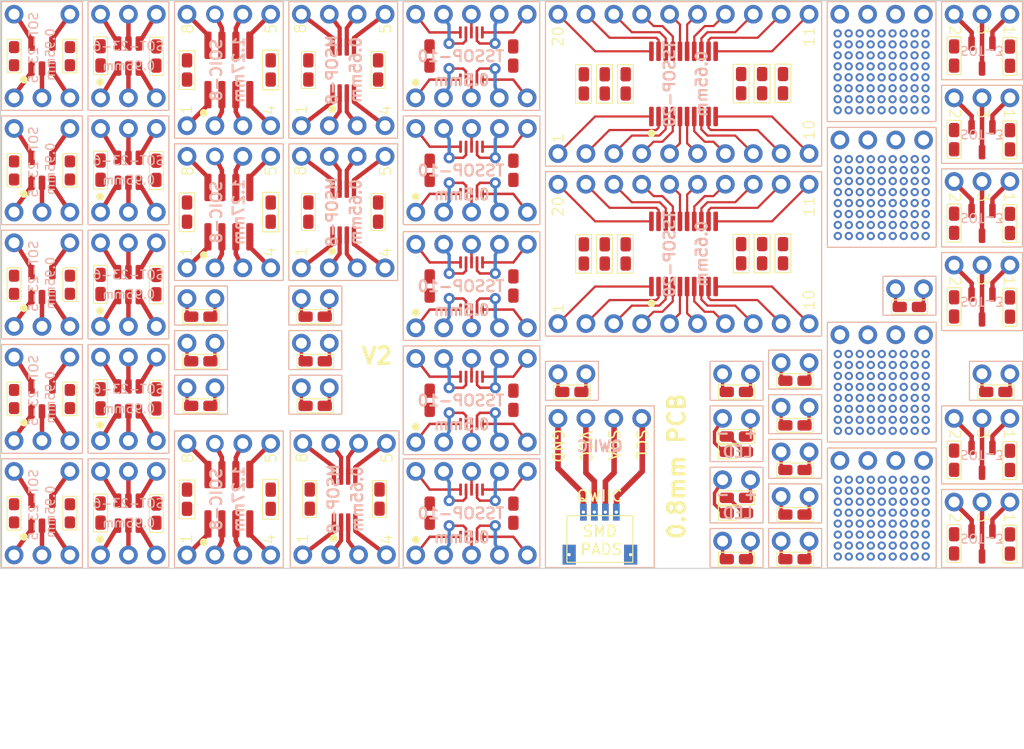
<source format=kicad_pcb>
(kicad_pcb (version 20221018) (generator pcbnew)
  (layers (0 "F.Cu" signal) (31 "B.Cu" signal) (34 "B.Paste" user) (35 "F.Paste" user) (36 "B.SilkS" user "B.Silkscreen") (37 "F.SilkS" user "F.Silkscreen") (38 "B.Mask" user) (39 "F.Mask" user) (44 "Edge.Cuts" user))
  (net 0 "")
  (footprint "smd_adapter:SMD_ADAPTER_SOIC-8" (layer "F.Cu") (at 101.6 69.596 90)
    (fp_text reference "REF**" hide)
    (fp_text value "SMD_ADAPTER_SOIC-8" hide)
  )
  (footprint "smd_adapter:SMD_ADAPTER_TSSOP-10" (layer "F.Cu") (at 123.698 60.579 90)
    (fp_text reference "REF**" hide)
    (fp_text value "SMD_ADAPTER_TSSOP-10" hide)
  )
  (footprint "smd_adapter:SMD_ADAPTER_SOT-23-6" (layer "F.Cu") (at 92.456 70.866 90)
    (fp_text reference "REF**" hide)
    (fp_text value "SMD_ADAPTER_SOT-23-6" hide)
  )
  (footprint "smd_adapter:SMD_ADAPTER_R" (layer "F.Cu") (at 153.162 73.406)
    (fp_text reference "REF**" hide)
    (fp_text value "SMD_ADAPTER_R" hide)
  )
  (footprint "smd_adapter:SMD_ADAPTER_SOT-23-3" (layer "F.Cu") (at 170.18 29.21 -90)
    (fp_text reference "REF**" hide)
    (fp_text value "SMD_ADAPTER_SOT-23-3" hide)
  )
  (footprint "smd_adapter:SMD_ADAPTER_SOT-23-3" (layer "F.Cu") (at 170.18 66.04 -90)
    (fp_text reference "REF**" hide)
    (fp_text value "SMD_ADAPTER_SOT-23-3" hide)
  )
  (footprint "smd_adapter:SMD_ADAPTER_SOIC-8" (layer "F.Cu") (at 101.6 30.48 90)
    (fp_text reference "REF**" hide)
    (fp_text value "SMD_ADAPTER_SOIC-8" hide)
  )
  (footprint "smd_adapter:SMD_ADAPTER_SOT-23-6" (layer "F.Cu") (at 92.456 50.038 90)
    (fp_text reference "REF**" hide)
    (fp_text value "SMD_ADAPTER_SOT-23-6" hide)
  )
  (footprint "smd_adapter:SMD_ADAPTER_R" (layer "F.Cu") (at 99.06 55.372)
    (fp_text reference "REF**" hide)
    (fp_text value "SMD_ADAPTER_R" hide)
  )
  (footprint "smd_adapter:SMD_ADAPTER_R" (layer "F.Cu") (at 109.474 55.372)
    (fp_text reference "REF**" hide)
    (fp_text value "SMD_ADAPTER_R" hide)
  )
  (footprint "smd_adapter:SMD_ADAPTER_GRID" (layer "F.Cu") (at 161.052 36.858)
    (fp_text reference "REF**" hide)
    (fp_text value "QWIIC_adapter" hide)
  )
  (footprint "smd_adapter:SMD_ADAPTER_SOT-23-3" (layer "F.Cu") (at 170.18 44.45 -90)
    (fp_text reference "REF**" hide)
    (fp_text value "SMD_ADAPTER_SOT-23-3" hide)
  )
  (footprint "smd_adapter:SMD_ADAPTER_R" (layer "F.Cu") (at 132.842 58.166)
    (fp_text reference "REF**" hide)
    (fp_text value "SMD_ADAPTER_R" hide)
  )
  (footprint "smd_adapter:SMD_ADAPTER_R" (layer "F.Cu") (at 109.474 51.308)
    (fp_text reference "REF**" hide)
    (fp_text value "SMD_ADAPTER_R" hide)
  )
  (footprint "smd_adapter:SMD_ADAPTER_R" (layer "F.Cu") (at 99.06 59.436)
    (fp_text reference "REF**" hide)
    (fp_text value "SMD_ADAPTER_R" hide)
  )
  (footprint "smd_adapter:SMD_ADAPTER_R" (layer "F.Cu") (at 147.828 58.166)
    (fp_text reference "REF**" hide)
    (fp_text value "SMD_ADAPTER_R" hide)
  )
  (footprint "smd_adapter:SMD_ADAPTER_LED" (layer "F.Cu") (at 147.828 62.23)
    (fp_text reference "REF**" hide)
    (fp_text value "SMD_ADAPTER_LED" hide)
  )
  (footprint "smd_adapter:SMD_ADAPTER_SOT-23-6" (layer "F.Cu") (at 92.456 29.21 90)
    (fp_text reference "REF**" hide)
    (fp_text value "SMD_ADAPTER_SOT-23-6" hide)
  )
  (footprint "smd_adapter:SMD_ADAPTER_TSSOP-10" (layer "F.Cu") (at 123.698 70.866 90)
    (fp_text reference "REF**" hide)
    (fp_text value "SMD_ADAPTER_TSSOP-10" hide)
  )
  (footprint "smd_adapter:SMD_ADAPTER_R" (layer "F.Cu") (at 153.162 61.214)
    (fp_text reference "REF**" hide)
    (fp_text value "SMD_ADAPTER_R" hide)
  )
  (footprint "smd_adapter:SMD_ADAPTER_SOT-23-5" (layer "F.Cu") (at 84.582 39.624 90)
    (fp_text reference "REF**" hide)
    (fp_text value "SMD_ADAPTER_SOT-23-5" hide)
  )
  (footprint "smd_adapter:SMD_ADAPTER_R" (layer "F.Cu") (at 153.162 57.15)
    (fp_text reference "REF**" hide)
    (fp_text value "SMD_ADAPTER_R" hide)
  )
  (footprint "smd_adapter:SMD_ADAPTER_R" (layer "F.Cu") (at 171.45 58.166)
    (fp_text reference "REF**" hide)
    (fp_text value "SMD_ADAPTER_R" hide)
  )
  (footprint "smd_adapter:SMD_ADAPTER_SOT-23-6" (layer "F.Cu") (at 92.456 60.452 90)
    (fp_text reference "REF**" hide)
    (fp_text value "SMD_ADAPTER_SOT-23-6" hide)
  )
  (footprint "smd_adapter:SMD_ADAPTER_R" (layer "F.Cu") (at 153.162 69.342)
    (fp_text reference "REF**" hide)
    (fp_text value "SMD_ADAPTER_R" hide)
  )
  (footprint "smd_adapter:SMD_ADAPTER_SOT-23-3" (layer "F.Cu") (at 170.18 36.83 -90)
    (fp_text reference "REF**" hide)
    (fp_text value "SMD_ADAPTER_SOT-23-3" hide)
  )
  (footprint "smd_adapter:SMD_ADAPTER_TSSOP-10" (layer "F.Cu") (at 123.698 50.165 90)
    (fp_text reference "REF**" hide)
    (fp_text value "SMD_ADAPTER_TSSOP-10" hide)
  )
  (footprint "smd_adapter:SMD_ADAPTER_TSSOP-10" (layer "F.Cu") (at 123.698 39.624 90)
    (fp_text reference "REF**" hide)
    (fp_text value "SMD_ADAPTER_TSSOP-10" hide)
  )
  (footprint "smd_adapter:SMD_ADAPTER_TSSOP-20" (layer "F.Cu") (at 143.002 31.75 90)
    (fp_text reference "REF**" hide)
    (fp_text value "SMD_ADAPTER_TSSOP-20" hide)
  )
  (footprint "smd_adapter:SMD_ADAPTER_QWIIC" (layer "F.Cu") (at 135.382 62.23)
    (fp_text reference "REF**" hide)
    (fp_text value "QWIIC_adapter" hide)
  )
  (footprint "smd_adapter:SMD_ADAPTER_LED" (layer "F.Cu") (at 147.828 67.818)
    (fp_text reference "REF**" hide)
    (fp_text value "SMD_ADAPTER_LED" hide)
  )
  (footprint "smd_adapter:SMD_ADAPTER_SOT-23-3" (layer "F.Cu") (at 170.18 73.66 -90)
    (fp_text reference "REF**" hide)
    (fp_text value "SMD_ADAPTER_SOT-23-3" hide)
  )
  (footprint "smd_adapter:SMD_ADAPTER_GRID" (layer "F.Cu") (at 161.052 66.068)
    (fp_text reference "REF**" hide)
    (fp_text value "QWIIC_adapter" hide)
  )
  (footprint "smd_adapter:SMD_ADAPTER_SOT-23-3" (layer "F.Cu") (at 170.18 52.07 -90)
    (fp_text reference "REF**" hide)
    (fp_text value "SMD_ADAPTER_SOT-23-3" hide)
  )
  (footprint "smd_adapter:SMD_ADAPTER_R" (layer "F.Cu") (at 147.828 73.406)
    (fp_text reference "REF**" hide)
    (fp_text value "SMD_ADAPTER_R" hide)
  )
  (footprint "smd_adapter:SMD_ADAPTER_GRID" (layer "F.Cu") (at 161.036 25.4)
    (fp_text reference "REF**" hide)
    (fp_text value "QWIIC_adapter" hide)
  )
  (footprint "smd_adapter:SMD_ADAPTER_SOT-23-5" (layer "F.Cu") (at 84.582 29.21 90)
    (fp_text reference "REF**" hide)
    (fp_text value "SMD_ADAPTER_SOT-23-5" hide)
  )
  (footprint "smd_adapter:SMD_ADAPTER_GRID" (layer "F.Cu") (at 161.052 54.61)
    (fp_text reference "REF**" hide)
    (fp_text value "QWIIC_adapter" hide)
  )
  (footprint "smd_adapter:SMD_ADAPTER_R" (layer "F.Cu") (at 163.576 50.419)
    (fp_text reference "REF**" hide)
    (fp_text value "SMD_ADAPTER_R" hide)
  )
  (footprint "smd_adapter:SMD_ADAPTER_MSOP-8" (layer "F.Cu") (at 112.014 30.48 90)
    (fp_text reference "REF**" hide)
    (fp_text value "SMD_ADAPTER_MSOP-8" hide)
  )
  (footprint "smd_adapter:SMD_ADAPTER_MSOP-8" (layer "F.Cu") (at 112.141 69.582 90)
    (fp_text reference "REF**" hide)
    (fp_text value "SMD_ADAPTER_MSOP-8" hide)
  )
  (footprint "smd_adapter:SMD_ADAPTER_R" (layer "F.Cu") (at 109.474 59.436)
    (fp_text reference "REF**" hide)
    (fp_text value "SMD_ADAPTER_R" hide)
  )
  (footprint "smd_adapter:SMD_ADAPTER_SOT-23-6" (layer "F.Cu") (at 92.456 39.624 90)
    (fp_text reference "REF**" hide)
    (fp_text value "SMD_ADAPTER_SOT-23-6" hide)
  )
  (footprint "smd_adapter:SMD_ADAPTER_SOT-23-5" (layer "F.Cu") (at 84.582 50.038 90)
    (fp_text reference "REF**" hide)
    (fp_text value "SMD_ADAPTER_SOT-23-5" hide)
  )
  (footprint "smd_adapter:SMD_ADAPTER_SOT-23-5" (layer "F.Cu") (at 84.582 70.866 90)
    (fp_text reference "REF**" hide)
    (fp_text value "SMD_ADAPTER_SOT-23-5" hide)
  )
  (footprint "smd_adapter:SMD_ADAPTER_TSSOP-20" (layer "F.Cu") (at 143.002 47.244 90)
    (fp_text reference "REF**" hide)
    (fp_text value "SMD_ADAPTER_TSSOP-20" hide)
  )
  (footprint "smd_adapter:SMD_ADAPTER_TSSOP-10" (layer "F.Cu") (at 123.682 29.21 90)
    (fp_text reference "REF**" hide)
    (fp_text value "SMD_ADAPTER_TSSOP-10" hide)
  )
  (footprint "smd_adapter:SMD_ADAPTER_R" (layer "F.Cu") (at 153.162 65.278)
    (fp_text reference "REF**" hide)
    (fp_text value "SMD_ADAPTER_R" hide)
  )
  (footprint "smd_adapter:SMD_ADAPTER_MSOP-8" (layer "F.Cu") (at 112.014 43.434 90)
    (fp_text reference "REF**" hide)
    (fp_text value "SMD_ADAPTER_MSOP-8" hide)
  )
  (footprint "smd_adapter:SMD_ADAPTER_SOIC-8" (layer "F.Cu") (at 101.6 43.434 90)
    (fp_text reference "REF**" hide)
    (fp_text value "SMD_ADAPTER_SOIC-8" hide)
  )
  (footprint "smd_adapter:SMD_ADAPTER_SOT-23-5" (layer "F.Cu") (at 84.582 60.452 90)
    (fp_text reference "REF**" hide)
    (fp_text value "SMD_ADAPTER_SOT-23-5" hide)
  )
  (footprint "smd_adapter:SMD_ADAPTER_R" (layer "F.Cu") (at 99.06 51.308)
    (fp_text reference "REF**" hide)
    (fp_text value "SMD_ADAPTER_R" hide)
  )
  (gr_rect (start 80.8101 24.1554) (end 173.9646 75.8952) (stroke (width 0.1)) (fill none) (layer "Edge.Cuts"))
  (gr_text "V2" (at 113.538 57.404) (layer "F.SilkS") (effects (font (size 1.5 1.5) (thickness 0.3) bold) (justify left bottom)))
  (gr_text "0.8mm PCB" (at 143.256 73.406 90) (layer "F.SilkS") (effects (font (size 1.5 1.5) (thickness 0.3) bold) (justify left bottom)))
)
</source>
